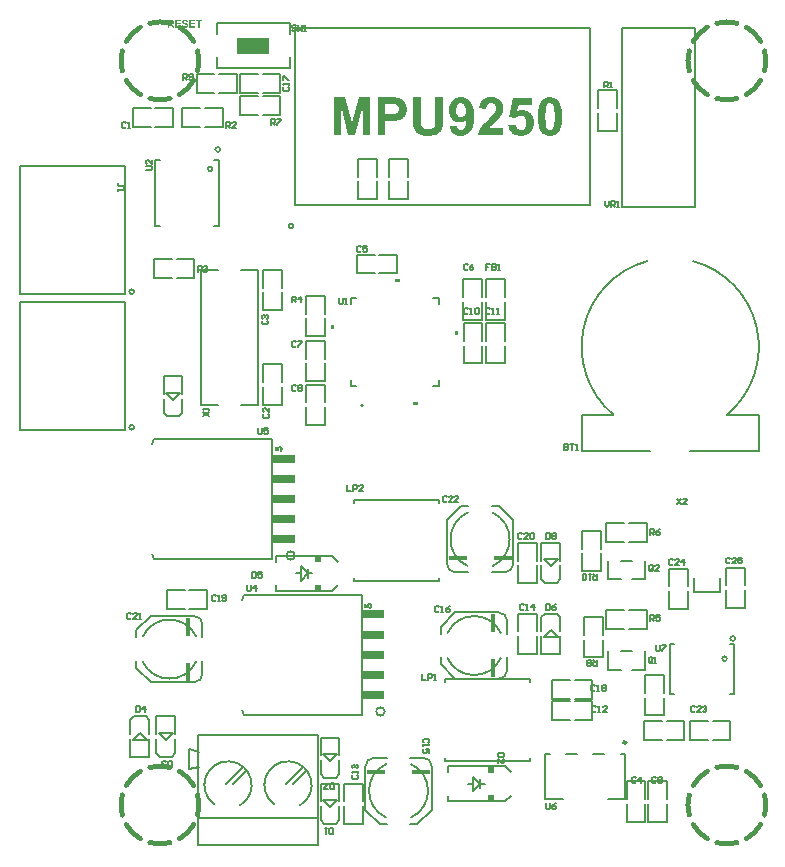
<source format=gto>
G04*
G04 #@! TF.GenerationSoftware,Altium Limited,Altium Designer,22.3.1 (43)*
G04*
G04 Layer_Color=65535*
%FSLAX44Y44*%
%MOMM*%
G71*
G04*
G04 #@! TF.SameCoordinates,ED8E76AF-2C1D-4F3D-8887-468E79F1A133*
G04*
G04*
G04 #@! TF.FilePolarity,Positive*
G04*
G01*
G75*
%ADD10C,0.2000*%
%ADD11C,0.2500*%
%ADD12C,0.4000*%
%ADD13C,0.1524*%
%ADD14C,0.1500*%
%ADD15R,1.8640X0.7620*%
%ADD16R,1.5240X0.4000*%
%ADD17R,0.6000X0.6000*%
%ADD18R,0.4000X1.5240*%
%ADD19R,2.8000X1.4000*%
G36*
X182633Y441405D02*
Y437595D01*
X180093D01*
Y441405D01*
X182633D01*
D02*
G37*
G36*
X234237Y478009D02*
Y480549D01*
X238047D01*
Y478009D01*
X234237D01*
D02*
G37*
G36*
X249237Y375991D02*
Y373451D01*
X253047D01*
Y375991D01*
X249237D01*
D02*
G37*
G36*
X284651Y436405D02*
Y432595D01*
X287191D01*
Y436405D01*
X284651D01*
D02*
G37*
G36*
X56356Y699629D02*
X56458Y699620D01*
X56578Y699611D01*
X56698Y699592D01*
X56837Y699574D01*
X57133Y699509D01*
X57281Y699463D01*
X57428Y699416D01*
X57576Y699352D01*
X57715Y699278D01*
X57845Y699194D01*
X57965Y699102D01*
X57974Y699093D01*
X57992Y699074D01*
X58020Y699047D01*
X58057Y699010D01*
X58103Y698954D01*
X58159Y698889D01*
X58214Y698816D01*
X58279Y698732D01*
X58334Y698631D01*
X58390Y698529D01*
X58446Y698409D01*
X58492Y698279D01*
X58538Y698150D01*
X58575Y698002D01*
X58603Y697854D01*
X58612Y697688D01*
X57318Y697641D01*
Y697651D01*
Y697660D01*
X57299Y697725D01*
X57281Y697808D01*
X57243Y697909D01*
X57197Y698030D01*
X57133Y698140D01*
X57049Y698251D01*
X56957Y698344D01*
X56948Y698353D01*
X56911Y698381D01*
X56846Y698418D01*
X56754Y698455D01*
X56643Y698492D01*
X56504Y698529D01*
X56337Y698557D01*
X56143Y698566D01*
X56051D01*
X55949Y698557D01*
X55829Y698538D01*
X55690Y698510D01*
X55542Y698464D01*
X55404Y698409D01*
X55274Y698326D01*
X55265Y698316D01*
X55247Y698298D01*
X55209Y698270D01*
X55173Y698224D01*
X55135Y698168D01*
X55099Y698094D01*
X55080Y698020D01*
X55071Y697928D01*
Y697919D01*
Y697891D01*
X55080Y697845D01*
X55099Y697798D01*
X55117Y697734D01*
X55145Y697669D01*
X55191Y697604D01*
X55256Y697540D01*
X55265Y697530D01*
X55311Y697503D01*
X55339Y697484D01*
X55385Y697466D01*
X55431Y697438D01*
X55496Y697410D01*
X55570Y697382D01*
X55653Y697345D01*
X55755Y697308D01*
X55857Y697271D01*
X55986Y697234D01*
X56125Y697197D01*
X56273Y697160D01*
X56439Y697114D01*
X56448D01*
X56485Y697105D01*
X56532Y697096D01*
X56596Y697077D01*
X56670Y697059D01*
X56763Y697031D01*
X56865Y697003D01*
X56966Y696976D01*
X57188Y696902D01*
X57419Y696828D01*
X57641Y696745D01*
X57733Y696698D01*
X57826Y696652D01*
X57835D01*
X57845Y696643D01*
X57900Y696606D01*
X57983Y696550D01*
X58085Y696476D01*
X58196Y696384D01*
X58316Y696273D01*
X58436Y696143D01*
X58538Y695996D01*
X58547Y695977D01*
X58575Y695922D01*
X58621Y695838D01*
X58667Y695718D01*
X58714Y695570D01*
X58760Y695395D01*
X58787Y695200D01*
X58797Y694978D01*
Y694969D01*
Y694951D01*
Y694923D01*
Y694886D01*
X58787Y694840D01*
X58778Y694775D01*
X58760Y694646D01*
X58723Y694479D01*
X58667Y694304D01*
X58584Y694128D01*
X58482Y693943D01*
Y693934D01*
X58464Y693924D01*
X58427Y693869D01*
X58353Y693777D01*
X58260Y693675D01*
X58140Y693555D01*
X57983Y693444D01*
X57817Y693333D01*
X57613Y693231D01*
X57604D01*
X57586Y693222D01*
X57558Y693213D01*
X57512Y693194D01*
X57456Y693176D01*
X57392Y693157D01*
X57318Y693139D01*
X57234Y693120D01*
X57133Y693092D01*
X57031Y693074D01*
X56790Y693037D01*
X56522Y693009D01*
X56227Y693000D01*
X56106D01*
X56023Y693009D01*
X55921Y693018D01*
X55810Y693028D01*
X55681Y693046D01*
X55542Y693074D01*
X55237Y693139D01*
X55080Y693185D01*
X54932Y693231D01*
X54775Y693296D01*
X54627Y693370D01*
X54488Y693453D01*
X54359Y693555D01*
X54350Y693564D01*
X54331Y693583D01*
X54294Y693610D01*
X54257Y693656D01*
X54202Y693721D01*
X54146Y693795D01*
X54082Y693878D01*
X54017Y693971D01*
X53952Y694082D01*
X53887Y694202D01*
X53823Y694341D01*
X53758Y694489D01*
X53712Y694646D01*
X53656Y694821D01*
X53619Y695006D01*
X53591Y695200D01*
X54849Y695321D01*
Y695311D01*
X54858Y695293D01*
Y695256D01*
X54867Y695219D01*
X54904Y695108D01*
X54951Y694969D01*
X55006Y694812D01*
X55089Y694655D01*
X55182Y694516D01*
X55302Y694387D01*
X55320Y694378D01*
X55367Y694341D01*
X55441Y694294D01*
X55552Y694239D01*
X55690Y694183D01*
X55847Y694137D01*
X56032Y694100D01*
X56245Y694091D01*
X56347D01*
X56458Y694109D01*
X56596Y694128D01*
X56744Y694156D01*
X56901Y694202D01*
X57049Y694267D01*
X57179Y694350D01*
X57197Y694359D01*
X57234Y694396D01*
X57281Y694452D01*
X57345Y694526D01*
X57401Y694618D01*
X57456Y694729D01*
X57493Y694840D01*
X57502Y694969D01*
Y694978D01*
Y695006D01*
X57493Y695052D01*
X57484Y695108D01*
X57465Y695163D01*
X57447Y695228D01*
X57410Y695293D01*
X57364Y695358D01*
X57354Y695367D01*
X57336Y695385D01*
X57308Y695413D01*
X57262Y695450D01*
X57197Y695496D01*
X57114Y695543D01*
X57022Y695589D01*
X56901Y695635D01*
X56892D01*
X56855Y695654D01*
X56790Y695672D01*
X56744Y695691D01*
X56689Y695700D01*
X56624Y695718D01*
X56550Y695746D01*
X56467Y695764D01*
X56374Y695792D01*
X56263Y695820D01*
X56143Y695848D01*
X56014Y695885D01*
X55866Y695922D01*
X55857D01*
X55820Y695931D01*
X55764Y695949D01*
X55700Y695968D01*
X55616Y695996D01*
X55515Y696023D01*
X55413Y696060D01*
X55293Y696097D01*
X55052Y696190D01*
X54821Y696301D01*
X54701Y696356D01*
X54599Y696421D01*
X54498Y696486D01*
X54414Y696550D01*
X54405Y696560D01*
X54387Y696578D01*
X54359Y696606D01*
X54322Y696643D01*
X54276Y696698D01*
X54229Y696763D01*
X54174Y696828D01*
X54128Y696911D01*
X54017Y697105D01*
X53924Y697327D01*
X53887Y697447D01*
X53860Y697567D01*
X53841Y697706D01*
X53832Y697845D01*
Y697854D01*
Y697863D01*
Y697891D01*
Y697928D01*
X53850Y698020D01*
X53869Y698140D01*
X53897Y698279D01*
X53943Y698436D01*
X54008Y698603D01*
X54100Y698760D01*
Y698769D01*
X54109Y698779D01*
X54156Y698834D01*
X54211Y698908D01*
X54303Y699000D01*
X54414Y699102D01*
X54553Y699213D01*
X54710Y699315D01*
X54895Y699407D01*
X54904D01*
X54923Y699416D01*
X54951Y699426D01*
X54988Y699444D01*
X55043Y699463D01*
X55099Y699481D01*
X55173Y699500D01*
X55256Y699527D01*
X55441Y699564D01*
X55653Y699601D01*
X55894Y699629D01*
X56162Y699638D01*
X56273D01*
X56356Y699629D01*
D02*
G37*
G36*
X70483Y698436D02*
X68597D01*
Y693120D01*
X67303D01*
Y698436D01*
X65407D01*
Y699518D01*
X70483D01*
Y698436D01*
D02*
G37*
G36*
X64640D02*
X61191D01*
Y697022D01*
X64400D01*
Y695940D01*
X61191D01*
Y694202D01*
X64760D01*
Y693120D01*
X59897D01*
Y699518D01*
X64640D01*
Y698436D01*
D02*
G37*
G36*
X52713D02*
X49265D01*
Y697022D01*
X52473D01*
Y695940D01*
X49265D01*
Y694202D01*
X52833D01*
Y693120D01*
X47970D01*
Y699518D01*
X52713D01*
Y698436D01*
D02*
G37*
G36*
X44485Y699509D02*
X44586D01*
X44688Y699500D01*
X44808D01*
X45049Y699472D01*
X45298Y699444D01*
X45529Y699398D01*
X45631Y699370D01*
X45724Y699342D01*
X45733D01*
X45742Y699333D01*
X45798Y699305D01*
X45881Y699259D01*
X45992Y699204D01*
X46112Y699111D01*
X46232Y699010D01*
X46352Y698880D01*
X46463Y698723D01*
Y698714D01*
X46472Y698705D01*
X46491Y698677D01*
X46509Y698649D01*
X46556Y698557D01*
X46611Y698436D01*
X46657Y698288D01*
X46704Y698122D01*
X46740Y697928D01*
X46750Y697725D01*
Y697715D01*
Y697697D01*
Y697651D01*
X46740Y697604D01*
Y697540D01*
X46731Y697475D01*
X46694Y697308D01*
X46648Y697114D01*
X46574Y696920D01*
X46463Y696717D01*
X46398Y696624D01*
X46325Y696532D01*
X46315Y696523D01*
X46306Y696513D01*
X46278Y696486D01*
X46241Y696458D01*
X46204Y696421D01*
X46149Y696375D01*
X46084Y696328D01*
X46010Y696282D01*
X45927Y696227D01*
X45825Y696180D01*
X45724Y696134D01*
X45613Y696088D01*
X45483Y696042D01*
X45354Y696005D01*
X45215Y695968D01*
X45058Y695940D01*
X45067D01*
X45076Y695931D01*
X45132Y695894D01*
X45206Y695848D01*
X45298Y695783D01*
X45409Y695700D01*
X45520Y695617D01*
X45640Y695515D01*
X45742Y695404D01*
X45751Y695395D01*
X45798Y695348D01*
X45853Y695274D01*
X45936Y695163D01*
X46047Y695025D01*
X46103Y694932D01*
X46167Y694840D01*
X46241Y694738D01*
X46315Y694627D01*
X46398Y694498D01*
X46482Y694368D01*
X47267Y693120D01*
X45714D01*
X44790Y694507D01*
X44781Y694516D01*
X44771Y694544D01*
X44743Y694581D01*
X44707Y694627D01*
X44669Y694683D01*
X44623Y694757D01*
X44522Y694905D01*
X44401Y695071D01*
X44290Y695219D01*
X44189Y695358D01*
X44142Y695404D01*
X44106Y695450D01*
X44096Y695459D01*
X44078Y695478D01*
X44041Y695515D01*
X43995Y695561D01*
X43930Y695598D01*
X43865Y695644D01*
X43791Y695681D01*
X43717Y695718D01*
X43708D01*
X43680Y695727D01*
X43634Y695746D01*
X43560Y695755D01*
X43468Y695774D01*
X43357Y695783D01*
X43227Y695792D01*
X42811D01*
Y693120D01*
X41517D01*
Y699518D01*
X44401D01*
X44485Y699509D01*
D02*
G37*
G36*
X212816Y602182D02*
X206847D01*
X206800Y627357D01*
X200506Y602182D01*
X194259D01*
X187965Y627357D01*
Y602182D01*
X181995D01*
Y634207D01*
X191667D01*
X197406Y612317D01*
X203098Y634207D01*
X212816D01*
Y602182D01*
D02*
G37*
G36*
X274691Y617315D02*
Y617268D01*
Y617083D01*
Y616759D01*
Y616389D01*
Y615927D01*
X274645Y615371D01*
Y614770D01*
Y614168D01*
X274552Y612826D01*
X274460Y611437D01*
X274414Y610836D01*
X274321Y610234D01*
X274228Y609679D01*
X274136Y609170D01*
Y609123D01*
X274090Y609077D01*
Y608938D01*
X274043Y608800D01*
X273904Y608337D01*
X273719Y607781D01*
X273442Y607133D01*
X273118Y606486D01*
X272701Y605791D01*
X272192Y605144D01*
X272146Y605051D01*
X271961Y604866D01*
X271637Y604588D01*
X271220Y604218D01*
X270665Y603801D01*
X270017Y603385D01*
X269277Y602922D01*
X268444Y602552D01*
X268397D01*
X268351Y602506D01*
X268212Y602459D01*
X268027Y602413D01*
X267796Y602321D01*
X267518Y602228D01*
X267148Y602135D01*
X266777Y602089D01*
X265898Y601904D01*
X264834Y601719D01*
X263631Y601626D01*
X262288Y601580D01*
X261548D01*
X261131Y601626D01*
X260715D01*
X260206Y601673D01*
X259697Y601719D01*
X258586Y601811D01*
X257429Y601996D01*
X256272Y602274D01*
X255763Y602413D01*
X255300Y602598D01*
X255254D01*
X255208Y602644D01*
X254930Y602783D01*
X254467Y603015D01*
X253958Y603339D01*
X253357Y603755D01*
X252709Y604218D01*
X252107Y604773D01*
X251552Y605375D01*
X251506Y605467D01*
X251320Y605653D01*
X251089Y606023D01*
X250811Y606486D01*
X250534Y606995D01*
X250210Y607596D01*
X249978Y608244D01*
X249747Y608938D01*
Y608985D01*
X249701Y609077D01*
Y609216D01*
X249654Y609447D01*
X249608Y609725D01*
X249562Y610095D01*
X249515Y610512D01*
X249469Y610975D01*
X249377Y611530D01*
X249330Y612132D01*
X249284Y612780D01*
X249238Y613520D01*
X249192Y614307D01*
Y615186D01*
X249145Y616111D01*
Y617083D01*
Y634207D01*
X255624Y634207D01*
Y616806D01*
Y616759D01*
Y616621D01*
Y616436D01*
Y616158D01*
Y615788D01*
Y615417D01*
X255671Y614584D01*
Y613659D01*
X255717Y612780D01*
X255763Y612363D01*
Y611993D01*
X255809Y611715D01*
X255856Y611437D01*
Y611345D01*
X255948Y611114D01*
X256087Y610743D01*
X256272Y610280D01*
X256504Y609771D01*
X256874Y609262D01*
X257290Y608707D01*
X257799Y608244D01*
X257892Y608198D01*
X258077Y608059D01*
X258447Y607874D01*
X258910Y607689D01*
X259558Y607457D01*
X260299Y607272D01*
X261131Y607133D01*
X262103Y607087D01*
X262566D01*
X263029Y607133D01*
X263631Y607226D01*
X264325Y607365D01*
X264973Y607550D01*
X265667Y607828D01*
X266222Y608198D01*
X266269Y608244D01*
X266454Y608383D01*
X266685Y608614D01*
X266963Y608938D01*
X267240Y609355D01*
X267518Y609818D01*
X267749Y610327D01*
X267888Y610928D01*
Y611021D01*
X267934Y611252D01*
X267981Y611669D01*
X268073Y612224D01*
Y612594D01*
X268120Y613011D01*
Y613474D01*
X268166Y613937D01*
Y614492D01*
X268212Y615093D01*
Y615741D01*
Y616436D01*
Y634207D01*
X274691D01*
Y617315D01*
D02*
G37*
G36*
X290380Y634345D02*
X290750D01*
X291166Y634299D01*
X291629Y634207D01*
X292185Y634068D01*
X292740Y633929D01*
X293388Y633698D01*
X294036Y633466D01*
X294684Y633142D01*
X295378Y632772D01*
X296026Y632355D01*
X296674Y631846D01*
X297321Y631245D01*
X297923Y630597D01*
X297969Y630551D01*
X298062Y630412D01*
X298201Y630180D01*
X298432Y629856D01*
X298664Y629440D01*
X298941Y628931D01*
X299219Y628329D01*
X299497Y627635D01*
X299774Y626802D01*
X300098Y625876D01*
X300330Y624858D01*
X300561Y623748D01*
X300792Y622498D01*
X300931Y621156D01*
X301024Y619721D01*
X301070Y618148D01*
Y618102D01*
Y618055D01*
Y617916D01*
Y617778D01*
Y617315D01*
X301024Y616713D01*
X300978Y615973D01*
X300885Y615140D01*
X300792Y614260D01*
X300654Y613289D01*
X300469Y612224D01*
X300283Y611206D01*
X300006Y610142D01*
X299682Y609077D01*
X299312Y608105D01*
X298849Y607133D01*
X298386Y606254D01*
X297784Y605467D01*
X297738Y605421D01*
X297645Y605282D01*
X297460Y605097D01*
X297183Y604866D01*
X296859Y604588D01*
X296488Y604218D01*
X296026Y603894D01*
X295517Y603524D01*
X294961Y603153D01*
X294313Y602830D01*
X293619Y602506D01*
X292879Y602182D01*
X292046Y601950D01*
X291213Y601765D01*
X290333Y601626D01*
X289362Y601580D01*
X288991D01*
X288760Y601626D01*
X288436D01*
X288066Y601673D01*
X287187Y601811D01*
X286215Y602089D01*
X285243Y602413D01*
X284225Y602922D01*
X283762Y603200D01*
X283299Y603570D01*
X283253Y603616D01*
X283207Y603663D01*
X283068Y603801D01*
X282929Y603940D01*
X282744Y604172D01*
X282512Y604403D01*
X282327Y604727D01*
X282050Y605051D01*
X281818Y605467D01*
X281541Y605884D01*
X281309Y606393D01*
X281078Y606948D01*
X280846Y607504D01*
X280661Y608152D01*
X280476Y608800D01*
X280337Y609540D01*
X286261Y610234D01*
Y610142D01*
X286307Y609910D01*
X286353Y609586D01*
X286492Y609216D01*
X286631Y608753D01*
X286816Y608290D01*
X287048Y607874D01*
X287372Y607504D01*
X287418Y607457D01*
X287557Y607365D01*
X287742Y607226D01*
X288020Y607087D01*
X288390Y606948D01*
X288760Y606810D01*
X289269Y606717D01*
X289778Y606671D01*
X289871D01*
X290102Y606717D01*
X290426Y606763D01*
X290889Y606902D01*
X291398Y607087D01*
X291907Y607411D01*
X292462Y607828D01*
X292971Y608383D01*
X293018Y608476D01*
X293110Y608568D01*
X293203Y608753D01*
X293295Y608938D01*
X293434Y609216D01*
X293527Y609540D01*
X293712Y609957D01*
X293851Y610419D01*
X293990Y610928D01*
X294128Y611530D01*
X294267Y612178D01*
X294406Y612918D01*
X294499Y613751D01*
X294591Y614677D01*
X294684Y615649D01*
X294637Y615602D01*
X294591Y615556D01*
X294452Y615417D01*
X294267Y615232D01*
X294036Y615047D01*
X293758Y614816D01*
X293110Y614307D01*
X292277Y613798D01*
X291259Y613381D01*
X290704Y613196D01*
X290148Y613103D01*
X289547Y613011D01*
X288899Y612965D01*
X288529D01*
X288251Y613011D01*
X287927Y613057D01*
X287557Y613103D01*
X286677Y613335D01*
X285659Y613659D01*
X285150Y613937D01*
X284595Y614214D01*
X284039Y614538D01*
X283484Y614908D01*
X282929Y615371D01*
X282420Y615880D01*
X282374Y615927D01*
X282281Y616019D01*
X282188Y616204D01*
X282003Y616389D01*
X281772Y616713D01*
X281541Y617037D01*
X281309Y617454D01*
X281078Y617916D01*
X280800Y618425D01*
X280569Y619027D01*
X280337Y619629D01*
X280106Y620323D01*
X279921Y621017D01*
X279828Y621804D01*
X279736Y622637D01*
X279689Y623470D01*
Y623516D01*
Y623701D01*
Y623933D01*
X279736Y624303D01*
X279782Y624719D01*
X279828Y625182D01*
X279921Y625738D01*
X280060Y626293D01*
X280383Y627542D01*
X280615Y628237D01*
X280893Y628885D01*
X281217Y629532D01*
X281633Y630180D01*
X282050Y630782D01*
X282559Y631384D01*
X282605Y631430D01*
X282697Y631522D01*
X282836Y631661D01*
X283068Y631846D01*
X283392Y632078D01*
X283716Y632355D01*
X284132Y632587D01*
X284595Y632911D01*
X285058Y633188D01*
X285659Y633420D01*
X286261Y633698D01*
X286909Y633929D01*
X287603Y634114D01*
X288343Y634253D01*
X289084Y634345D01*
X289917Y634392D01*
X290148D01*
X290380Y634345D01*
D02*
G37*
G36*
X350172Y628051D02*
X338556D01*
X337584Y622591D01*
X337630D01*
X337677Y622637D01*
X337954Y622776D01*
X338371Y622915D01*
X338880Y623146D01*
X339528Y623331D01*
X340222Y623470D01*
X341009Y623609D01*
X341796Y623655D01*
X342212D01*
X342490Y623609D01*
X342814Y623563D01*
X343230Y623516D01*
X343693Y623424D01*
X344202Y623285D01*
X345266Y622915D01*
X345868Y622683D01*
X346423Y622406D01*
X347025Y622035D01*
X347627Y621619D01*
X348182Y621156D01*
X348737Y620647D01*
X348784Y620601D01*
X348876Y620508D01*
X349015Y620323D01*
X349200Y620092D01*
X349385Y619814D01*
X349663Y619444D01*
X349894Y619027D01*
X350172Y618564D01*
X350450Y618055D01*
X350681Y617454D01*
X350959Y616806D01*
X351144Y616158D01*
X351329Y615417D01*
X351468Y614631D01*
X351560Y613798D01*
X351607Y612918D01*
Y612872D01*
Y612733D01*
Y612548D01*
X351560Y612270D01*
Y611900D01*
X351468Y611484D01*
X351421Y611021D01*
X351329Y610558D01*
X351051Y609447D01*
X350635Y608244D01*
X350357Y607596D01*
X350079Y606995D01*
X349709Y606393D01*
X349293Y605791D01*
X349246Y605745D01*
X349154Y605606D01*
X348969Y605421D01*
X348737Y605144D01*
X348413Y604819D01*
X347997Y604449D01*
X347534Y604079D01*
X347025Y603709D01*
X346423Y603292D01*
X345775Y602922D01*
X345081Y602552D01*
X344295Y602228D01*
X343461Y601950D01*
X342582Y601765D01*
X341610Y601626D01*
X340592Y601580D01*
X340176D01*
X339852Y601626D01*
X339482Y601673D01*
X339019Y601719D01*
X338556Y601765D01*
X338001Y601858D01*
X336890Y602135D01*
X335640Y602598D01*
X335039Y602830D01*
X334437Y603153D01*
X333882Y603524D01*
X333326Y603940D01*
X333280Y603987D01*
X333188Y604033D01*
X333049Y604172D01*
X332864Y604357D01*
X332678Y604634D01*
X332401Y604912D01*
X332169Y605236D01*
X331892Y605606D01*
X331568Y606069D01*
X331290Y606532D01*
X330781Y607643D01*
X330318Y608892D01*
X330179Y609586D01*
X330041Y610327D01*
X336149Y610975D01*
Y610882D01*
X336196Y610651D01*
X336288Y610234D01*
X336427Y609771D01*
X336612Y609262D01*
X336890Y608707D01*
X337260Y608198D01*
X337677Y607689D01*
X337723Y607643D01*
X337908Y607504D01*
X338186Y607319D01*
X338556Y607087D01*
X338972Y606856D01*
X339482Y606671D01*
X340083Y606532D01*
X340685Y606486D01*
X340777D01*
X341009Y606532D01*
X341379Y606578D01*
X341842Y606671D01*
X342351Y606856D01*
X342906Y607133D01*
X343461Y607550D01*
X343971Y608059D01*
X344017Y608152D01*
X344202Y608337D01*
X344387Y608707D01*
X344665Y609262D01*
X344896Y609910D01*
X345127Y610697D01*
X345266Y611669D01*
X345313Y612780D01*
Y612826D01*
Y612918D01*
Y613057D01*
Y613289D01*
X345266Y613798D01*
X345127Y614445D01*
X344989Y615186D01*
X344757Y615927D01*
X344433Y616621D01*
X343971Y617222D01*
X343924Y617268D01*
X343739Y617454D01*
X343415Y617685D01*
X343045Y618009D01*
X342536Y618287D01*
X341934Y618518D01*
X341240Y618703D01*
X340500Y618750D01*
X340222D01*
X340037Y618703D01*
X339574Y618611D01*
X338926Y618472D01*
X338186Y618194D01*
X337399Y617778D01*
X336982Y617500D01*
X336566Y617176D01*
X336149Y616806D01*
X335733Y616389D01*
X330781Y617083D01*
X333928Y633790D01*
X350172D01*
Y628051D01*
D02*
G37*
G36*
X316388Y634345D02*
X316805Y634299D01*
X317268Y634253D01*
X317777Y634160D01*
X318332Y634068D01*
X319535Y633744D01*
X320739Y633281D01*
X321386Y633003D01*
X321942Y632679D01*
X322543Y632263D01*
X323052Y631800D01*
X323099Y631754D01*
X323191Y631707D01*
X323284Y631522D01*
X323469Y631337D01*
X323700Y631106D01*
X323932Y630782D01*
X324163Y630458D01*
X324441Y630042D01*
X324904Y629116D01*
X325367Y628051D01*
X325552Y627450D01*
X325644Y626802D01*
X325737Y626108D01*
X325783Y625414D01*
Y625321D01*
Y625043D01*
X325737Y624627D01*
X325690Y624118D01*
X325598Y623470D01*
X325459Y622776D01*
X325274Y622035D01*
X324996Y621295D01*
X324950Y621202D01*
X324857Y620971D01*
X324672Y620554D01*
X324395Y620045D01*
X324071Y619444D01*
X323654Y618750D01*
X323145Y618009D01*
X322543Y617222D01*
X322497Y617176D01*
X322312Y616945D01*
X322034Y616621D01*
X321618Y616158D01*
X321063Y615602D01*
X320368Y614862D01*
X319535Y614075D01*
X318517Y613103D01*
X318471Y613057D01*
X318378Y613011D01*
X318239Y612872D01*
X318054Y612687D01*
X317545Y612224D01*
X316944Y611669D01*
X316342Y611067D01*
X315741Y610466D01*
X315185Y609957D01*
X315000Y609725D01*
X314815Y609540D01*
X314769Y609494D01*
X314676Y609401D01*
X314537Y609216D01*
X314352Y608985D01*
X313936Y608476D01*
X313565Y607874D01*
X325783D01*
Y602182D01*
X304263D01*
Y602228D01*
Y602321D01*
X304310Y602506D01*
X304356Y602737D01*
X304402Y603015D01*
X304449Y603339D01*
X304634Y604172D01*
X304911Y605097D01*
X305282Y606115D01*
X305744Y607226D01*
X306346Y608290D01*
Y608337D01*
X306439Y608429D01*
X306531Y608614D01*
X306716Y608800D01*
X306901Y609123D01*
X307179Y609447D01*
X307503Y609864D01*
X307873Y610327D01*
X308290Y610882D01*
X308799Y611437D01*
X309354Y612085D01*
X310002Y612780D01*
X310696Y613474D01*
X311483Y614260D01*
X312316Y615093D01*
X313241Y615973D01*
X313288Y616019D01*
X313427Y616158D01*
X313612Y616343D01*
X313889Y616621D01*
X314260Y616898D01*
X314630Y617268D01*
X315463Y618102D01*
X316296Y618981D01*
X317129Y619860D01*
X317499Y620230D01*
X317869Y620647D01*
X318147Y620971D01*
X318332Y621249D01*
X318378Y621341D01*
X318517Y621572D01*
X318749Y621943D01*
X318980Y622452D01*
X319211Y623007D01*
X319443Y623655D01*
X319582Y624303D01*
X319628Y624997D01*
Y625043D01*
Y625090D01*
Y625321D01*
X319582Y625738D01*
X319489Y626200D01*
X319350Y626709D01*
X319165Y627219D01*
X318887Y627728D01*
X318517Y628190D01*
X318471Y628237D01*
X318332Y628376D01*
X318054Y628561D01*
X317731Y628746D01*
X317268Y628931D01*
X316759Y629116D01*
X316157Y629255D01*
X315463Y629301D01*
X315139D01*
X314769Y629255D01*
X314352Y629162D01*
X313843Y629023D01*
X313334Y628792D01*
X312825Y628514D01*
X312362Y628144D01*
X312316Y628098D01*
X312177Y627913D01*
X311992Y627635D01*
X311807Y627219D01*
X311575Y626709D01*
X311390Y626015D01*
X311205Y625229D01*
X311113Y624303D01*
X305004Y624905D01*
Y624951D01*
X305050Y625136D01*
Y625367D01*
X305143Y625738D01*
X305189Y626154D01*
X305328Y626617D01*
X305467Y627126D01*
X305605Y627728D01*
X306068Y628885D01*
X306624Y630088D01*
X306994Y630689D01*
X307410Y631245D01*
X307873Y631707D01*
X308382Y632170D01*
X308428Y632217D01*
X308521Y632263D01*
X308660Y632355D01*
X308891Y632541D01*
X309169Y632679D01*
X309539Y632864D01*
X309909Y633096D01*
X310372Y633281D01*
X310881Y633512D01*
X311437Y633698D01*
X312640Y634068D01*
X314074Y634299D01*
X314815Y634345D01*
X315602Y634392D01*
X316064D01*
X316388Y634345D01*
D02*
G37*
G36*
X231698Y634160D02*
X232901D01*
X234197Y634068D01*
X235493Y633975D01*
X236048Y633929D01*
X236604Y633883D01*
X237066Y633790D01*
X237437Y633698D01*
X237483D01*
X237576Y633651D01*
X237714Y633605D01*
X237899Y633559D01*
X238409Y633327D01*
X239056Y633050D01*
X239751Y632633D01*
X240537Y632078D01*
X241278Y631384D01*
X242018Y630550D01*
Y630504D01*
X242111Y630458D01*
X242204Y630319D01*
X242296Y630134D01*
X242481Y629856D01*
X242620Y629579D01*
X242805Y629255D01*
X242990Y628885D01*
X243314Y627959D01*
X243638Y626941D01*
X243823Y625691D01*
X243916Y624349D01*
Y624303D01*
Y624210D01*
Y624072D01*
Y623840D01*
X243869Y623609D01*
Y623285D01*
X243777Y622637D01*
X243638Y621850D01*
X243453Y620971D01*
X243175Y620138D01*
X242805Y619351D01*
X242759Y619258D01*
X242620Y619027D01*
X242389Y618657D01*
X242065Y618194D01*
X241694Y617731D01*
X241185Y617176D01*
X240676Y616667D01*
X240075Y616204D01*
X239982Y616158D01*
X239797Y616019D01*
X239473Y615834D01*
X239056Y615602D01*
X238547Y615325D01*
X237992Y615093D01*
X237390Y614862D01*
X236743Y614677D01*
X236650D01*
X236511Y614631D01*
X236326D01*
X236095Y614584D01*
X235771Y614538D01*
X235447Y614492D01*
X235030D01*
X234614Y614445D01*
X234105Y614399D01*
X233549Y614353D01*
X232948Y614307D01*
X232300D01*
X231606Y614260D01*
X225867D01*
Y602182D01*
X219388D01*
Y634207D01*
X231189D01*
X231698Y634160D01*
D02*
G37*
G36*
X365999Y634345D02*
X366370Y634299D01*
X366832Y634207D01*
X367295Y634114D01*
X367850Y633975D01*
X368452Y633790D01*
X369007Y633559D01*
X369609Y633327D01*
X370211Y633003D01*
X370812Y632587D01*
X371414Y632170D01*
X371969Y631661D01*
X372478Y631060D01*
X372525Y631013D01*
X372617Y630874D01*
X372756Y630643D01*
X372987Y630319D01*
X373219Y629856D01*
X373496Y629301D01*
X373774Y628699D01*
X374052Y627913D01*
X374329Y627080D01*
X374653Y626108D01*
X374885Y625043D01*
X375116Y623840D01*
X375348Y622544D01*
X375486Y621156D01*
X375579Y619629D01*
X375625Y617963D01*
Y617916D01*
Y617870D01*
Y617731D01*
Y617546D01*
Y617083D01*
X375579Y616482D01*
X375533Y615741D01*
X375440Y614862D01*
X375348Y613937D01*
X375255Y612918D01*
X375070Y611854D01*
X374838Y610743D01*
X374607Y609679D01*
X374283Y608614D01*
X373959Y607550D01*
X373496Y606578D01*
X373034Y605653D01*
X372478Y604866D01*
X372432Y604819D01*
X372340Y604727D01*
X372201Y604542D01*
X372015Y604357D01*
X371738Y604125D01*
X371414Y603848D01*
X370997Y603524D01*
X370581Y603246D01*
X370072Y602922D01*
X369563Y602598D01*
X368961Y602321D01*
X368313Y602089D01*
X367619Y601904D01*
X366832Y601719D01*
X366045Y601626D01*
X365213Y601580D01*
X365027D01*
X364750Y601626D01*
X364426D01*
X364056Y601673D01*
X363593Y601765D01*
X363084Y601858D01*
X362528Y602043D01*
X361927Y602228D01*
X361325Y602459D01*
X360677Y602737D01*
X360076Y603107D01*
X359428Y603478D01*
X358826Y603987D01*
X358224Y604496D01*
X357669Y605144D01*
X357623Y605190D01*
X357530Y605329D01*
X357391Y605560D01*
X357253Y605838D01*
X357021Y606254D01*
X356790Y606763D01*
X356512Y607411D01*
X356281Y608105D01*
X356003Y608938D01*
X355725Y609864D01*
X355494Y610928D01*
X355309Y612085D01*
X355124Y613381D01*
X354985Y614816D01*
X354892Y616343D01*
X354846Y618009D01*
Y618055D01*
Y618102D01*
Y618240D01*
Y618425D01*
Y618888D01*
X354892Y619490D01*
X354939Y620230D01*
X355031Y621110D01*
X355124Y622035D01*
X355216Y623053D01*
X355401Y624118D01*
X355587Y625182D01*
X355864Y626293D01*
X356142Y627357D01*
X356512Y628376D01*
X356929Y629347D01*
X357391Y630273D01*
X357947Y631060D01*
X357993Y631106D01*
X358086Y631199D01*
X358224Y631384D01*
X358456Y631569D01*
X358687Y631846D01*
X359011Y632124D01*
X359428Y632402D01*
X359844Y632726D01*
X360353Y633050D01*
X360862Y633327D01*
X361464Y633605D01*
X362112Y633883D01*
X362806Y634068D01*
X363593Y634253D01*
X364380Y634345D01*
X365213Y634392D01*
X365675D01*
X365999Y634345D01*
D02*
G37*
%LPC*%
G36*
X44290Y698436D02*
X42811D01*
Y696809D01*
X44068D01*
X44254Y696818D01*
X44448Y696828D01*
X44642Y696837D01*
X44725Y696846D01*
X44799Y696855D01*
X44873Y696874D01*
X44919Y696883D01*
X44928D01*
X44956Y696902D01*
X45002Y696920D01*
X45049Y696948D01*
X45169Y697031D01*
X45224Y697086D01*
X45280Y697151D01*
X45289Y697160D01*
X45298Y697188D01*
X45326Y697225D01*
X45354Y697281D01*
X45372Y697355D01*
X45400Y697438D01*
X45409Y697530D01*
X45418Y697632D01*
Y697651D01*
Y697688D01*
X45409Y697743D01*
X45400Y697817D01*
X45372Y697900D01*
X45344Y697983D01*
X45298Y698076D01*
X45243Y698150D01*
X45233Y698159D01*
X45215Y698187D01*
X45169Y698214D01*
X45113Y698261D01*
X45049Y698307D01*
X44965Y698344D01*
X44864Y698381D01*
X44753Y698409D01*
X44743D01*
X44716Y698418D01*
X44660D01*
X44577Y698427D01*
X44374D01*
X44290Y698436D01*
D02*
G37*
G36*
X289639Y629301D02*
X289362D01*
X289038Y629208D01*
X288667Y629116D01*
X288205Y628977D01*
X287742Y628699D01*
X287279Y628376D01*
X286816Y627913D01*
X286770Y627866D01*
X286631Y627635D01*
X286446Y627311D01*
X286261Y626848D01*
X286076Y626247D01*
X285891Y625460D01*
X285752Y624534D01*
X285706Y623470D01*
Y623424D01*
Y623331D01*
Y623192D01*
Y622961D01*
X285752Y622406D01*
X285844Y621758D01*
X285983Y620971D01*
X286215Y620230D01*
X286492Y619490D01*
X286909Y618888D01*
X286955Y618842D01*
X287140Y618657D01*
X287372Y618425D01*
X287742Y618194D01*
X288205Y617916D01*
X288714Y617685D01*
X289315Y617500D01*
X289963Y617454D01*
X290056D01*
X290241Y617500D01*
X290565Y617546D01*
X290981Y617639D01*
X291444Y617778D01*
X291953Y618055D01*
X292462Y618379D01*
X292925Y618842D01*
X292971Y618888D01*
X293110Y619120D01*
X293342Y619444D01*
X293573Y619860D01*
X293758Y620462D01*
X293990Y621156D01*
X294128Y621989D01*
X294175Y622961D01*
Y623007D01*
Y623100D01*
Y623238D01*
Y623470D01*
X294082Y623979D01*
X293990Y624673D01*
X293851Y625414D01*
X293573Y626200D01*
X293249Y626941D01*
X292786Y627635D01*
X292740Y627728D01*
X292555Y627913D01*
X292277Y628144D01*
X291907Y628468D01*
X291444Y628792D01*
X290889Y629023D01*
X290287Y629208D01*
X289639Y629301D01*
D02*
G37*
G36*
X230680Y628792D02*
X225867D01*
Y619675D01*
X230310D01*
X230634Y619721D01*
X231467D01*
X232300Y619768D01*
X233133Y619860D01*
X233873Y619999D01*
X234197Y620045D01*
X234475Y620138D01*
X234521Y620184D01*
X234706Y620230D01*
X234938Y620369D01*
X235215Y620508D01*
X235539Y620739D01*
X235863Y621017D01*
X236234Y621341D01*
X236511Y621711D01*
X236558Y621758D01*
X236650Y621896D01*
X236743Y622128D01*
X236881Y622452D01*
X237020Y622822D01*
X237159Y623238D01*
X237205Y623701D01*
X237252Y624210D01*
Y624303D01*
Y624488D01*
X237205Y624812D01*
X237113Y625229D01*
X236974Y625691D01*
X236789Y626200D01*
X236558Y626663D01*
X236187Y627126D01*
X236141Y627172D01*
X236002Y627311D01*
X235771Y627496D01*
X235493Y627728D01*
X235123Y628005D01*
X234660Y628237D01*
X234151Y628422D01*
X233596Y628560D01*
X233549D01*
X233364Y628607D01*
X233040Y628653D01*
X232577Y628699D01*
X231976D01*
X231559Y628746D01*
X231143D01*
X230680Y628792D01*
D02*
G37*
G36*
X365213Y629301D02*
X365027D01*
X364796Y629255D01*
X364565Y629208D01*
X364241Y629116D01*
X363917Y628977D01*
X363546Y628792D01*
X363223Y628561D01*
X363176Y628514D01*
X363084Y628422D01*
X362945Y628237D01*
X362760Y628005D01*
X362528Y627635D01*
X362343Y627219D01*
X362112Y626663D01*
X361927Y626015D01*
Y625969D01*
X361880Y625923D01*
Y625738D01*
X361834Y625552D01*
X361788Y625275D01*
X361742Y624951D01*
X361695Y624581D01*
X361649Y624118D01*
X361557Y623563D01*
X361510Y623007D01*
X361464Y622313D01*
X361418Y621619D01*
X361371Y620786D01*
Y619953D01*
X361325Y618981D01*
Y617963D01*
Y617916D01*
Y617731D01*
Y617407D01*
Y617037D01*
Y616574D01*
X361371Y616065D01*
Y615464D01*
X361418Y614862D01*
X361464Y613566D01*
X361557Y612270D01*
X361603Y611669D01*
X361695Y611114D01*
X361788Y610604D01*
X361880Y610142D01*
X361927Y610049D01*
X361973Y609818D01*
X362112Y609447D01*
X362251Y609031D01*
X362482Y608568D01*
X362714Y608105D01*
X362991Y607689D01*
X363269Y607365D01*
X363315Y607319D01*
X363408Y607272D01*
X363593Y607133D01*
X363824Y607041D01*
X364102Y606902D01*
X364426Y606763D01*
X364796Y606717D01*
X365213Y606671D01*
X365398D01*
X365629Y606717D01*
X365860Y606763D01*
X366184Y606856D01*
X366508Y606948D01*
X366832Y607133D01*
X367156Y607365D01*
X367202Y607411D01*
X367295Y607504D01*
X367480Y607689D01*
X367665Y607966D01*
X367850Y608290D01*
X368082Y608753D01*
X368313Y609262D01*
X368498Y609910D01*
Y609957D01*
X368545Y610003D01*
Y610188D01*
X368591Y610373D01*
X368637Y610651D01*
X368683Y610975D01*
X368776Y611345D01*
X368822Y611808D01*
X368869Y612317D01*
X368961Y612918D01*
X369007Y613566D01*
X369054Y614307D01*
X369100Y615093D01*
Y615973D01*
X369146Y616945D01*
Y617963D01*
Y618009D01*
Y618194D01*
Y618518D01*
Y618888D01*
Y619351D01*
X369100Y619860D01*
Y620462D01*
X369054Y621063D01*
X369007Y622359D01*
X368915Y623609D01*
X368822Y624210D01*
X368730Y624812D01*
X368637Y625321D01*
X368545Y625738D01*
Y625784D01*
X368498Y625830D01*
X368452Y626062D01*
X368313Y626432D01*
X368174Y626894D01*
X367943Y627357D01*
X367712Y627820D01*
X367434Y628237D01*
X367156Y628561D01*
X367110Y628607D01*
X367017Y628699D01*
X366832Y628792D01*
X366601Y628931D01*
X366323Y629070D01*
X365999Y629208D01*
X365629Y629255D01*
X365213Y629301D01*
D02*
G37*
%LPD*%
D10*
X102600Y34680D02*
G03*
X81129Y35617I-10000J17320D01*
G01*
X153400Y34680D02*
G03*
X131929Y35617I-10000J17320D01*
G01*
X225192Y114212D02*
G03*
X225192Y114212I-3592J0D01*
G01*
X265000Y68000D02*
G03*
X258000Y75000I-7000J0D01*
G01*
X216000D02*
G03*
X209000Y68000I0J-7000D01*
G01*
X247565Y24342D02*
G03*
X247565Y69658I-10566J22658D01*
G01*
X226434D02*
G03*
X226434Y24342I10566J-22658D01*
G01*
X13000Y354700D02*
G03*
X13000Y354700I-2000J0D01*
G01*
Y469700D02*
G03*
X13000Y469700I-2000J0D01*
G01*
X65658Y177565D02*
G03*
X20342Y177565I-22658J-10566D01*
G01*
Y156434D02*
G03*
X65658Y156434I22658J10566D01*
G01*
X71000Y188000D02*
G03*
X64000Y195000I-7000J-0D01*
G01*
Y139000D02*
G03*
X71000Y146000I0J7000D01*
G01*
X515000Y159000D02*
G03*
X515000Y159000I-2000J0D01*
G01*
X522000Y176000D02*
G03*
X522000Y176000I-2000J0D01*
G01*
X323658Y180565D02*
G03*
X278342Y180565I-22658J-10566D01*
G01*
Y159434D02*
G03*
X323658Y159434I22658J10566D01*
G01*
X329000Y191000D02*
G03*
X322000Y198000I-7000J-0D01*
G01*
Y142000D02*
G03*
X329000Y149000I0J7000D01*
G01*
X278000Y239000D02*
G03*
X285000Y232000I7000J0D01*
G01*
X327000D02*
G03*
X334000Y239000I-0J7000D01*
G01*
X295434Y282658D02*
G03*
X295434Y237342I10566J-22658D01*
G01*
X316565D02*
G03*
X316565Y282658I-10566J22658D01*
G01*
X149192Y246212D02*
G03*
X149192Y246212I-3592J0D01*
G01*
X86000Y590000D02*
G03*
X86000Y590000I-2000J0D01*
G01*
X79500Y573640D02*
G03*
X79500Y573640I-2000J0D01*
G01*
X447589Y495444D02*
G03*
X418791Y365547I19411J-72444D01*
G01*
X515209D02*
G03*
X486411Y495444I-48209J57453D01*
G01*
X148000Y525000D02*
G03*
X148000Y525000I-2000J0D01*
G01*
X67000Y1000D02*
X169000D01*
Y94000D01*
X67000D02*
X169000D01*
X60000Y65500D02*
X68055Y66842D01*
X60000Y65500D02*
X60000Y82754D01*
X67962Y80100D01*
X67000Y1000D02*
Y94000D01*
Y24000D02*
X169000D01*
X91086Y52914D02*
X105086Y66914D01*
X96414Y52586D02*
X107914Y64086D01*
X147214Y52586D02*
X158714Y64086D01*
X141886Y52914D02*
X155886Y66914D01*
X402000Y78000D02*
X411000D01*
X379000D02*
X388000D01*
X361000D02*
X365000D01*
X425000D02*
X429000D01*
X414000Y40000D02*
X429000D01*
Y78000D01*
X361000Y40000D02*
Y78000D01*
Y40000D02*
X376000D01*
X367000Y125000D02*
Y141000D01*
Y125000D02*
X382000D01*
X367000Y141000D02*
X382000D01*
X386000D02*
X401000D01*
X386000Y125000D02*
X401000D01*
Y141000D01*
X367000Y107000D02*
Y123000D01*
Y107000D02*
X382000D01*
X367000Y123000D02*
X382000D01*
X386000D02*
X401000D01*
X386000Y107000D02*
X401000D01*
Y123000D01*
X448000Y21000D02*
X464000D01*
Y36000D01*
X448000Y21000D02*
Y36000D01*
Y40000D02*
Y55000D01*
X464000Y40000D02*
Y55000D01*
X448000D02*
X464000D01*
X430000Y21000D02*
X446000D01*
Y36000D01*
X430000Y21000D02*
Y36000D01*
Y40000D02*
Y55000D01*
X446000Y40000D02*
Y55000D01*
X430000D02*
X446000D01*
X311000Y480000D02*
X327000D01*
Y465000D02*
Y480000D01*
X311000Y465000D02*
Y480000D01*
Y446000D02*
Y461000D01*
X327000Y446000D02*
Y461000D01*
X311000Y446000D02*
X327000D01*
X40000Y384000D02*
X46000Y378000D01*
X40000Y384000D02*
X52000D01*
X46000Y378000D02*
X52000Y384000D01*
X38000Y367000D02*
Y379000D01*
X54000Y367000D02*
Y379000D01*
Y383000D02*
Y398000D01*
X38000Y383000D02*
Y398000D01*
X54000D01*
X38000Y367000D02*
X41000Y364000D01*
X51000D01*
X54000Y367000D01*
X159000Y357000D02*
X175000D01*
X159000D02*
Y372000D01*
X175000Y357000D02*
Y372000D01*
Y376000D02*
Y391000D01*
X159000Y376000D02*
Y391000D01*
X175000D01*
X34000Y96000D02*
X40000Y90000D01*
X34000Y96000D02*
X46000D01*
X40000Y90000D02*
X46000Y96000D01*
X32000Y79000D02*
Y91000D01*
X48000Y79000D02*
Y91000D01*
Y95000D02*
Y110000D01*
X32000Y95000D02*
Y110000D01*
X48000D01*
X32000Y79000D02*
X35000Y76000D01*
X45000D01*
X48000Y79000D01*
X18000Y96000D02*
X24000Y90000D01*
X12000D02*
X24000D01*
X12000D02*
X18000Y96000D01*
X26000Y95000D02*
Y107000D01*
X10000Y95000D02*
Y107000D01*
Y76000D02*
Y91000D01*
X26000Y76000D02*
Y91000D01*
X10000Y76000D02*
X26000D01*
X23000Y110000D02*
X26000Y107000D01*
X13000Y110000D02*
X23000D01*
X10000Y107000D02*
X13000Y110000D01*
X229000Y548000D02*
X245000D01*
X229000D02*
Y563000D01*
X245000Y548000D02*
Y563000D01*
Y567000D02*
Y582000D01*
X229000Y567000D02*
Y582000D01*
X245000D01*
X203000Y548000D02*
X219000D01*
X203000D02*
Y563000D01*
X219000Y548000D02*
Y563000D01*
Y567000D02*
Y582000D01*
X203000Y567000D02*
Y582000D01*
X219000D01*
X446000Y111000D02*
X462000D01*
X446000D02*
Y126000D01*
X462000Y111000D02*
Y126000D01*
Y130000D02*
Y145000D01*
X446000Y130000D02*
Y145000D01*
X462000D01*
X479000Y90000D02*
Y106000D01*
X464000Y90000D02*
X479000D01*
X464000Y106000D02*
X479000D01*
X445000D02*
X460000D01*
X445000Y90000D02*
X460000D01*
X445000D02*
Y106000D01*
X158642Y432000D02*
X174642D01*
X158642D02*
Y447000D01*
X174642Y432000D02*
Y447000D01*
Y451000D02*
Y466000D01*
X158642Y451000D02*
Y466000D01*
X174642D01*
X173000Y39000D02*
X179000Y33000D01*
X173000Y39000D02*
X185000D01*
X179000Y33000D02*
X185000Y39000D01*
X171000Y22000D02*
Y34000D01*
X187000Y22000D02*
Y34000D01*
Y38000D02*
Y53000D01*
X171000Y38000D02*
Y53000D01*
X187000D01*
X171000Y22000D02*
X174000Y19000D01*
X184000D01*
X187000Y22000D01*
X70000Y374000D02*
Y488000D01*
X84000D01*
X70000Y374000D02*
X84000D01*
X104000D02*
X118000D01*
X104000Y488000D02*
X118000D01*
Y374000D02*
Y488000D01*
X122000D02*
X138000D01*
X122000Y473000D02*
Y488000D01*
X138000Y473000D02*
Y488000D01*
Y454000D02*
Y469000D01*
X122000Y454000D02*
Y469000D01*
Y454000D02*
X138000D01*
X122000Y374000D02*
X138000D01*
Y389000D01*
X122000Y374000D02*
Y389000D01*
Y393000D02*
Y408000D01*
X138000Y393000D02*
Y408000D01*
X122000D02*
X138000D01*
X447000Y258000D02*
Y274000D01*
X432000Y258000D02*
X447000D01*
X432000Y274000D02*
X447000D01*
X413000D02*
X428000D01*
X413000Y258000D02*
X428000D01*
X413000D02*
Y274000D01*
X435000Y226000D02*
X446000D01*
Y242000D01*
X425000D02*
X435000D01*
X414000Y226000D02*
Y242000D01*
Y226000D02*
X425000D01*
X199000Y224500D02*
X271000D01*
X199000D02*
Y227000D01*
X271000Y224500D02*
Y227000D01*
Y291000D02*
Y293500D01*
X199000Y291000D02*
Y293500D01*
X271000D01*
X104424Y208839D02*
X106000Y213000D01*
X104476Y115423D02*
X106000Y111400D01*
Y111000D02*
X206000D01*
X106000Y213000D02*
X206000D01*
Y111000D02*
Y213000D01*
X253000Y19000D02*
X265000Y31000D01*
X247000Y19000D02*
X253000D01*
X247000Y75000D02*
X258000D01*
X265000Y31000D02*
Y68000D01*
X209000Y31000D02*
Y68000D01*
X216000Y75000D02*
X227000D01*
X221000Y19000D02*
X227000D01*
X209000Y31000D02*
X221000Y19000D01*
X191000Y53000D02*
X207000D01*
Y38000D02*
Y53000D01*
X191000Y38000D02*
Y53000D01*
Y19000D02*
Y34000D01*
X207000Y19000D02*
Y34000D01*
X191000Y19000D02*
X207000D01*
X-83600Y352600D02*
X5300D01*
X-83600D02*
Y461000D01*
X5300D01*
Y352600D02*
Y461000D01*
X-83600Y467600D02*
X5300D01*
X-83600D02*
Y576000D01*
X5300D01*
Y467600D02*
Y576000D01*
X150000Y231000D02*
X154000D01*
X160000D02*
X164000D01*
X160000Y227000D02*
Y235000D01*
X154000Y225000D02*
X160000Y231000D01*
X154000Y225000D02*
Y237000D01*
X160000Y231000D01*
X133000Y216000D02*
X181000D01*
X186000Y221000D01*
X133000Y246000D02*
X181000D01*
X186000Y241000D01*
X133000Y216000D02*
Y221000D01*
Y241000D02*
Y246000D01*
X15000Y183000D02*
X27000Y195000D01*
X15000Y177000D02*
Y183000D01*
X71000Y177000D02*
Y188000D01*
X27000Y195000D02*
X64000D01*
X27000Y139000D02*
X64000D01*
X71000Y146000D02*
Y157000D01*
X15000Y151000D02*
Y157000D01*
Y151000D02*
X27000Y139000D01*
X41000Y201000D02*
Y217000D01*
X56000D01*
X41000Y201000D02*
X56000D01*
X60000D02*
X75000D01*
X60000Y217000D02*
X75000D01*
Y201000D02*
Y217000D01*
X184000Y58000D02*
X187000Y61000D01*
X174000Y58000D02*
X184000D01*
X171000Y61000D02*
X174000Y58000D01*
X171000Y92000D02*
X187000D01*
X171000Y77000D02*
Y92000D01*
X187000Y77000D02*
Y92000D01*
Y61000D02*
Y73000D01*
X171000Y61000D02*
Y73000D01*
X179000Y72000D02*
X185000Y78000D01*
X173000D02*
X185000D01*
X173000D02*
X179000Y72000D01*
X296000Y53000D02*
X300000D01*
X306000D02*
X310000D01*
X306000Y49000D02*
Y57000D01*
X300000Y47000D02*
X306000Y53000D01*
X300000Y47000D02*
Y59000D01*
X306000Y53000D01*
X279000Y38000D02*
X327000D01*
X332000Y43000D01*
X279000Y68000D02*
X327000D01*
X332000Y63000D01*
X279000Y38000D02*
Y43000D01*
Y63000D02*
Y68000D01*
X514000Y202000D02*
X530000D01*
X514000D02*
Y217000D01*
X530000Y202000D02*
Y217000D01*
Y221000D02*
Y236000D01*
X514000Y221000D02*
Y236000D01*
X530000D01*
X466000Y201000D02*
X482000D01*
X466000D02*
Y216000D01*
X482000Y201000D02*
Y216000D01*
Y220000D02*
Y235000D01*
X466000Y220000D02*
Y235000D01*
X482000D01*
X467000Y129000D02*
Y171000D01*
Y129000D02*
X470000D01*
X467000Y171000D02*
X470000D01*
X518000D02*
X521000D01*
X518000Y129000D02*
X521000D01*
Y171000D01*
X276000Y141500D02*
X348000D01*
X276000Y139000D02*
Y141500D01*
X348000Y139000D02*
Y141500D01*
Y72500D02*
Y75000D01*
X276000Y72500D02*
Y75000D01*
Y72500D02*
X348000D01*
X273000Y186000D02*
X285000Y198000D01*
X273000Y180000D02*
Y186000D01*
X329000Y180000D02*
Y191000D01*
X285000Y198000D02*
X322000D01*
X285000Y142000D02*
X322000D01*
X329000Y149000D02*
Y160000D01*
X273000Y154000D02*
Y160000D01*
Y154000D02*
X285000Y142000D01*
X358000Y194000D02*
X361000Y197000D01*
X371000D01*
X374000Y194000D01*
X358000Y163000D02*
X374000D01*
Y178000D01*
X358000Y163000D02*
Y178000D01*
Y182000D02*
Y194000D01*
X374000Y182000D02*
Y194000D01*
X360000Y177000D02*
X366000Y183000D01*
X360000Y177000D02*
X372000D01*
X366000Y183000D02*
X372000Y177000D01*
X338000Y197000D02*
X354000D01*
Y182000D02*
Y197000D01*
X338000Y182000D02*
Y197000D01*
Y163000D02*
Y178000D01*
X354000Y163000D02*
Y178000D01*
X338000Y163000D02*
X354000D01*
X371000Y223000D02*
X374000Y226000D01*
X361000Y223000D02*
X371000D01*
X358000Y226000D02*
X361000Y223000D01*
X358000Y257000D02*
X374000D01*
X358000Y242000D02*
Y257000D01*
X374000Y242000D02*
Y257000D01*
Y226000D02*
Y238000D01*
X358000Y226000D02*
Y238000D01*
X366000Y237000D02*
X372000Y243000D01*
X360000D02*
X372000D01*
X360000D02*
X366000Y237000D01*
X338000Y223000D02*
X354000D01*
X338000D02*
Y238000D01*
X354000Y223000D02*
Y238000D01*
Y242000D02*
Y257000D01*
X338000Y242000D02*
Y257000D01*
X354000D01*
X278000Y276000D02*
X290000Y288000D01*
X296000D01*
X285000Y232000D02*
X296000D01*
X278000Y239000D02*
Y276000D01*
X334000Y239000D02*
Y276000D01*
X316000Y232000D02*
X327000D01*
X316000Y288000D02*
X322000D01*
X334000Y276000D01*
X487000Y215000D02*
Y227000D01*
X509000Y215000D02*
Y227000D01*
X487000Y215000D02*
X509000D01*
X158642Y428000D02*
X174642D01*
Y413000D02*
Y428000D01*
X158642Y413000D02*
Y428000D01*
Y394000D02*
Y409000D01*
X174642Y394000D02*
Y409000D01*
X158642Y394000D02*
X174642D01*
X235642Y485000D02*
Y501000D01*
X220642Y485000D02*
X235642D01*
X220642Y501000D02*
X235642D01*
X201642D02*
X216642D01*
X201642Y485000D02*
X216642D01*
X201642D02*
Y501000D01*
X392000Y267000D02*
X408000D01*
X392000Y252000D02*
Y267000D01*
X408000Y252000D02*
Y267000D01*
Y233000D02*
Y248000D01*
X392000Y233000D02*
Y248000D01*
Y233000D02*
X408000D01*
X394000Y194000D02*
X410000D01*
X394000Y179000D02*
Y194000D01*
X410000Y179000D02*
Y194000D01*
Y160000D02*
Y175000D01*
X394000Y160000D02*
Y175000D01*
Y160000D02*
X410000D01*
X130000Y243000D02*
Y345000D01*
X30000D02*
X130000D01*
X30000Y243000D02*
X130000D01*
X28476Y247423D02*
X30000Y243400D01*
X28424Y340839D02*
X30000Y345000D01*
X414000Y149000D02*
X425000D01*
X414000D02*
Y165000D01*
X425000D02*
X435000D01*
X446000Y149000D02*
Y165000D01*
X435000Y149000D02*
X446000D01*
X413000Y184000D02*
Y200000D01*
Y184000D02*
X428000D01*
X413000Y200000D02*
X428000D01*
X432000D02*
X447000D01*
X432000Y184000D02*
X447000D01*
Y200000D01*
X64000Y481000D02*
Y497000D01*
X49000D02*
X64000D01*
X49000Y481000D02*
X64000D01*
X30000D02*
X45000D01*
X30000Y497000D02*
X45000D01*
X30000Y481000D02*
Y497000D01*
X81000Y581000D02*
X85000D01*
X81000Y525000D02*
X85000D01*
Y581000D01*
X31000Y525000D02*
Y581000D01*
Y525000D02*
X35000D01*
X31000Y581000D02*
X35000D01*
X12000Y609000D02*
Y625000D01*
X27000D01*
X12000Y609000D02*
X27000D01*
X31000D02*
X46000D01*
X31000Y625000D02*
X46000D01*
Y609000D02*
Y625000D01*
X100000Y638000D02*
Y654000D01*
X85000D02*
X100000D01*
X85000Y638000D02*
X100000D01*
X66000D02*
X81000D01*
X66000Y654000D02*
X81000D01*
X66000Y638000D02*
Y654000D01*
X54000Y609000D02*
Y625000D01*
Y609000D02*
X69000D01*
X54000Y625000D02*
X69000D01*
X73000D02*
X88000D01*
X73000Y609000D02*
X88000D01*
Y625000D01*
X103000Y638000D02*
Y654000D01*
X118000D01*
X103000Y638000D02*
X118000D01*
X122000D02*
X137000D01*
X122000Y654000D02*
X137000D01*
Y638000D02*
Y654000D01*
X103000Y619000D02*
Y635000D01*
Y619000D02*
X118000D01*
X103000Y635000D02*
X118000D01*
X122000D02*
X137000D01*
X122000Y619000D02*
X137000D01*
Y635000D01*
X83000Y697000D02*
X145000D01*
X83000Y659000D02*
X145000D01*
X83000Y688000D02*
Y697000D01*
Y659000D02*
Y668000D01*
X145000Y659000D02*
Y668000D01*
Y688000D02*
Y697000D01*
X392000Y365000D02*
X418791D01*
X392000Y335000D02*
Y365000D01*
Y335000D02*
X450000D01*
X484000D02*
X542000D01*
Y365000D01*
X515209D02*
X542000D01*
X406000Y606000D02*
X422000D01*
Y621000D01*
X406000Y606000D02*
Y621000D01*
Y625000D02*
Y640000D01*
X422000Y625000D02*
Y640000D01*
X406000D02*
X422000D01*
X426000Y541000D02*
X488000D01*
Y693000D01*
X426000D02*
X488000D01*
X426000Y541000D02*
Y693000D01*
X518000Y90000D02*
Y106000D01*
X503000D02*
X518000D01*
X503000Y90000D02*
X518000D01*
X484000D02*
X499000D01*
X484000Y106000D02*
X499000D01*
X484000Y90000D02*
Y106000D01*
X149080Y542700D02*
Y692700D01*
Y692560D02*
X399080D01*
X149080Y542700D02*
X399080D01*
X399460D02*
Y692700D01*
X311000Y443000D02*
X327000D01*
X311000Y428000D02*
Y443000D01*
X327000Y428000D02*
Y443000D01*
Y409000D02*
Y424000D01*
X311000Y409000D02*
Y424000D01*
Y409000D02*
X327000D01*
X292000Y443000D02*
X308000D01*
X292000Y428000D02*
Y443000D01*
X308000Y428000D02*
Y443000D01*
Y409000D02*
Y424000D01*
X292000Y409000D02*
Y424000D01*
Y409000D02*
X308000D01*
X291642Y446000D02*
X307642D01*
Y461000D01*
X291642Y446000D02*
Y461000D01*
Y465000D02*
Y480000D01*
X307642Y465000D02*
Y480000D01*
X291642D02*
X307642D01*
D11*
X429750Y88000D02*
G03*
X429750Y88000I-1250J0D01*
G01*
D12*
X483125Y43541D02*
G03*
X483125Y26459I31876J-8541D01*
G01*
X486421Y18500D02*
G03*
X498500Y6421I28579J16500D01*
G01*
X506459Y3124D02*
G03*
X523541Y3124I8541J31876D01*
G01*
X531500Y6421D02*
G03*
X543579Y18500I-16500J28579D01*
G01*
X546876Y26459D02*
G03*
X546876Y43541I-31876J8541D01*
G01*
X543579Y51500D02*
G03*
X531500Y63579I-28579J-16500D01*
G01*
X523541Y66876D02*
G03*
X506459Y66876I-8541J-31876D01*
G01*
X498500Y63579D02*
G03*
X486421Y51500I16500J-28579D01*
G01*
X3124Y43541D02*
G03*
X3124Y26459I31876J-8541D01*
G01*
X6421Y18500D02*
G03*
X18500Y6421I28579J16500D01*
G01*
X26459Y3124D02*
G03*
X43541Y3124I8541J31876D01*
G01*
X51500Y6421D02*
G03*
X63579Y18500I-16500J28579D01*
G01*
X66876Y26459D02*
G03*
X66876Y43541I-31876J8541D01*
G01*
X63579Y51500D02*
G03*
X51500Y63579I-28579J-16500D01*
G01*
X43541Y66876D02*
G03*
X26459Y66876I-8541J-31876D01*
G01*
X18500Y63579D02*
G03*
X6421Y51500I16500J-28579D01*
G01*
X483125Y673541D02*
G03*
X483125Y656459I31876J-8541D01*
G01*
X486421Y648500D02*
G03*
X498500Y636421I28579J16500D01*
G01*
X506459Y633124D02*
G03*
X523541Y633124I8541J31876D01*
G01*
X531500Y636421D02*
G03*
X543579Y648500I-16500J28579D01*
G01*
X546876Y656459D02*
G03*
X546876Y673541I-31876J8541D01*
G01*
X543579Y681500D02*
G03*
X531500Y693579I-28579J-16500D01*
G01*
X523541Y696876D02*
G03*
X506459Y696876I-8541J-31876D01*
G01*
X498500Y693579D02*
G03*
X486421Y681500I16500J-28579D01*
G01*
X3124Y673541D02*
G03*
X3124Y656459I31876J-8541D01*
G01*
X6421Y648500D02*
G03*
X18500Y636421I28579J16500D01*
G01*
X26459Y633124D02*
G03*
X43541Y633124I8541J31876D01*
G01*
X51500Y636421D02*
G03*
X63579Y648500I-16500J28579D01*
G01*
X66876Y656459D02*
G03*
X66876Y673541I-31876J8541D01*
G01*
X63579Y681500D02*
G03*
X51500Y693579I-28579J-16500D01*
G01*
X43541Y696876D02*
G03*
X26459Y696876I-8541J-31876D01*
G01*
X18500Y693579D02*
G03*
X6421Y681500I16500J-28579D01*
G01*
D13*
X206904Y373491D02*
G03*
X206904Y373491I-762J0D01*
G01*
X270853Y389789D02*
Y394649D01*
X265994Y464211D02*
X270853D01*
X196431Y459351D02*
Y464211D01*
Y389789D02*
X201291D01*
X265994D02*
X270853D01*
Y459351D02*
Y464211D01*
X196431D02*
X201291D01*
X196431Y389789D02*
Y394649D01*
X209001Y204856D02*
Y202476D01*
X211143Y202238D01*
X210905Y202476D01*
X210667Y203190D01*
Y203904D01*
X210905Y204618D01*
X211381Y205095D01*
X212096Y205333D01*
X212572D01*
X213286Y205095D01*
X213762Y204618D01*
X214000Y203904D01*
Y203190D01*
X213762Y202476D01*
X213524Y202238D01*
X213048Y202000D01*
X133001Y337857D02*
Y335476D01*
X135143Y335238D01*
X134905Y335476D01*
X134667Y336190D01*
Y336904D01*
X134905Y337618D01*
X135381Y338095D01*
X136096Y338333D01*
X136572D01*
X137286Y338095D01*
X137762Y337618D01*
X138000Y336904D01*
Y336190D01*
X137762Y335476D01*
X137524Y335238D01*
X137048Y335000D01*
D14*
X361835Y36499D02*
Y32334D01*
X362668Y31501D01*
X364334D01*
X365167Y32334D01*
Y36499D01*
X370165D02*
X368499Y35666D01*
X366833Y34000D01*
Y32334D01*
X367666Y31501D01*
X369332D01*
X370165Y32334D01*
Y33167D01*
X369332Y34000D01*
X366833D01*
X150167Y389666D02*
X149334Y390499D01*
X147668D01*
X146835Y389666D01*
Y386334D01*
X147668Y385501D01*
X149334D01*
X150167Y386334D01*
X151833Y389666D02*
X152666Y390499D01*
X154332D01*
X155165Y389666D01*
Y388833D01*
X154332Y388000D01*
X155165Y387167D01*
Y386334D01*
X154332Y385501D01*
X152666D01*
X151833Y386334D01*
Y387167D01*
X152666Y388000D01*
X151833Y388833D01*
Y389666D01*
X152666Y388000D02*
X154332D01*
X45165Y67501D02*
Y72499D01*
X42666D01*
X41833Y71666D01*
Y68334D01*
X42666Y67501D01*
X45165D01*
X40167Y68334D02*
X39334Y67501D01*
X37668D01*
X36835Y68334D01*
Y69167D01*
X37668Y70000D01*
X38501D01*
X37668D01*
X36835Y70833D01*
Y71666D01*
X37668Y72499D01*
X39334D01*
X40167Y71666D01*
X14835Y118499D02*
Y113501D01*
X17334D01*
X18167Y114334D01*
Y117666D01*
X17334Y118499D01*
X14835D01*
X22332Y113501D02*
Y118499D01*
X19833Y116000D01*
X23165D01*
X193548Y305988D02*
Y300990D01*
X196880D01*
X198546D02*
Y305988D01*
X201045D01*
X201879Y305155D01*
Y303489D01*
X201045Y302656D01*
X198546D01*
X206877Y300990D02*
X203545D01*
X206877Y304322D01*
Y305155D01*
X206044Y305988D01*
X204378D01*
X203545Y305155D01*
X198334Y60084D02*
X197501Y59251D01*
Y57585D01*
X198334Y56752D01*
X201666D01*
X202499Y57585D01*
Y59251D01*
X201666Y60084D01*
X202499Y61750D02*
Y63417D01*
Y62583D01*
X197501D01*
X198334Y61750D01*
Y65916D02*
X197501Y66749D01*
Y68415D01*
X198334Y69248D01*
X199167D01*
X200000Y68415D01*
Y67582D01*
Y68415D01*
X200833Y69248D01*
X201666D01*
X202499Y68415D01*
Y66749D01*
X201666Y65916D01*
X23501Y572835D02*
X27666D01*
X28499Y573668D01*
Y575334D01*
X27666Y576167D01*
X23501D01*
X28499Y581165D02*
Y577833D01*
X25167Y581165D01*
X24334D01*
X23501Y580332D01*
Y578666D01*
X24334Y577833D01*
X261666Y87916D02*
X262499Y88749D01*
Y90415D01*
X261666Y91248D01*
X258334D01*
X257501Y90415D01*
Y88749D01*
X258334Y87916D01*
X257501Y86250D02*
Y84584D01*
Y85416D01*
X262499D01*
X261666Y86250D01*
X262499Y78752D02*
Y82084D01*
X260000D01*
X260833Y80418D01*
Y79585D01*
X260000Y78752D01*
X258334D01*
X257501Y79585D01*
Y81251D01*
X258334Y82084D01*
X454835Y170499D02*
Y166334D01*
X455668Y165501D01*
X457334D01*
X458167Y166334D01*
Y170499D01*
X459833D02*
X463165D01*
Y169666D01*
X459833Y166334D01*
Y165501D01*
X449835Y263501D02*
Y268499D01*
X452334D01*
X453167Y267666D01*
Y266000D01*
X452334Y265167D01*
X449835D01*
X451501D02*
X453167Y263501D01*
X458165Y268499D02*
X456499Y267666D01*
X454833Y266000D01*
Y264334D01*
X455666Y263501D01*
X457332D01*
X458165Y264334D01*
Y265167D01*
X457332Y266000D01*
X454833D01*
X452167Y234334D02*
Y237666D01*
X451334Y238499D01*
X449668D01*
X448835Y237666D01*
Y234334D01*
X449668Y233501D01*
X451334D01*
X450501Y235167D02*
X452167Y233501D01*
X451334D02*
X452167Y234334D01*
X457165Y233501D02*
X453833D01*
X457165Y236833D01*
Y237666D01*
X456332Y238499D01*
X454666D01*
X453833Y237666D01*
X452000Y156334D02*
Y159666D01*
X451167Y160499D01*
X449501D01*
X448668Y159666D01*
Y156334D01*
X449501Y155501D01*
X451167D01*
X450334Y157167D02*
X452000Y155501D01*
X451167D02*
X452000Y156334D01*
X453666Y155501D02*
X455332D01*
X454499D01*
Y160499D01*
X453666Y159666D01*
X257169Y145499D02*
Y140501D01*
X260501D01*
X262167D02*
Y145499D01*
X264666D01*
X265499Y144666D01*
Y143000D01*
X264666Y142167D01*
X262167D01*
X267165Y140501D02*
X268831D01*
X267998D01*
Y145499D01*
X267165Y144666D01*
X361835Y265499D02*
Y260501D01*
X364334D01*
X365167Y261334D01*
Y264666D01*
X364334Y265499D01*
X361835D01*
X366833Y264666D02*
X367666Y265499D01*
X369332D01*
X370165Y264666D01*
Y263833D01*
X369332Y263000D01*
X370165Y262167D01*
Y261334D01*
X369332Y260501D01*
X367666D01*
X366833Y261334D01*
Y262167D01*
X367666Y263000D01*
X366833Y263833D01*
Y264666D01*
X367666Y263000D02*
X369332D01*
X517668Y243666D02*
X516835Y244499D01*
X515169D01*
X514336Y243666D01*
Y240334D01*
X515169Y239501D01*
X516835D01*
X517668Y240334D01*
X522666Y239501D02*
X519334D01*
X522666Y242833D01*
Y243666D01*
X521833Y244499D01*
X520167D01*
X519334Y243666D01*
X527664Y244499D02*
X524332D01*
Y242000D01*
X525998Y242833D01*
X526831D01*
X527664Y242000D01*
Y240334D01*
X526831Y239501D01*
X525165D01*
X524332Y240334D01*
X469668Y242666D02*
X468835Y243499D01*
X467169D01*
X466335Y242666D01*
Y239334D01*
X467169Y238501D01*
X468835D01*
X469668Y239334D01*
X474666Y238501D02*
X471334D01*
X474666Y241833D01*
Y242666D01*
X473833Y243499D01*
X472167D01*
X471334Y242666D01*
X478831Y238501D02*
Y243499D01*
X476332Y241000D01*
X479664D01*
X487710Y117703D02*
X486877Y118536D01*
X485211D01*
X484378Y117703D01*
Y114371D01*
X485211Y113538D01*
X486877D01*
X487710Y114371D01*
X492709Y113538D02*
X489376D01*
X492709Y116870D01*
Y117703D01*
X491875Y118536D01*
X490209D01*
X489376Y117703D01*
X494375D02*
X495208Y118536D01*
X496874D01*
X497707Y117703D01*
Y116870D01*
X496874Y116037D01*
X496041D01*
X496874D01*
X497707Y115204D01*
Y114371D01*
X496874Y113538D01*
X495208D01*
X494375Y114371D01*
X377169Y340499D02*
Y335501D01*
X379668D01*
X380501Y336334D01*
Y337167D01*
X379668Y338000D01*
X377169D01*
X379668D01*
X380501Y338833D01*
Y339666D01*
X379668Y340499D01*
X377169D01*
X382167D02*
X385499D01*
X383833D01*
Y335501D01*
X387165D02*
X388831D01*
X387998D01*
Y340499D01*
X387165Y339666D01*
X182165Y48501D02*
Y53499D01*
X179666D01*
X178833Y52666D01*
Y49334D01*
X179666Y48501D01*
X182165D01*
X177167D02*
X173835D01*
Y49334D01*
X177167Y52666D01*
Y53499D01*
X472835Y294499D02*
X476167Y289501D01*
Y294499D02*
X472835Y289501D01*
X481165D02*
X477833D01*
X481165Y292833D01*
Y293666D01*
X480332Y294499D01*
X478666D01*
X477833Y293666D01*
X71501Y364025D02*
X76499Y367358D01*
X71501D02*
X76499Y364025D01*
Y369024D02*
Y370690D01*
Y369857D01*
X71501D01*
X72334Y369024D01*
X412169Y546499D02*
Y543167D01*
X413835Y541501D01*
X415501Y543167D01*
Y546499D01*
X417167Y541501D02*
Y546499D01*
X419666D01*
X420499Y545666D01*
Y544000D01*
X419666Y543167D01*
X417167D01*
X418833D02*
X420499Y541501D01*
X422165D02*
X423831D01*
X422998D01*
Y546499D01*
X422165Y545666D01*
X117835Y354499D02*
Y350334D01*
X118668Y349501D01*
X120334D01*
X121167Y350334D01*
Y354499D01*
X126165D02*
X122833D01*
Y352000D01*
X124499Y352833D01*
X125332D01*
X126165Y352000D01*
Y350334D01*
X125332Y349501D01*
X123666D01*
X122833Y350334D01*
X108835Y221499D02*
Y217334D01*
X109668Y216501D01*
X111334D01*
X112167Y217334D01*
Y221499D01*
X116332Y216501D02*
Y221499D01*
X113833Y219000D01*
X117165D01*
X186668Y464499D02*
Y460334D01*
X187501Y459501D01*
X189167D01*
X190000Y460334D01*
Y464499D01*
X191666Y459501D02*
X193332D01*
X192499D01*
Y464499D01*
X191666Y463666D01*
X150501Y694666D02*
X149668Y695499D01*
X148002D01*
X147169Y694666D01*
Y693833D01*
X148002Y693000D01*
X149668D01*
X150501Y692167D01*
Y691334D01*
X149668Y690501D01*
X148002D01*
X147169Y691334D01*
X152167Y695499D02*
Y690501D01*
X153833Y692167D01*
X155499Y690501D01*
Y695499D01*
X157165Y690501D02*
X158831D01*
X157998D01*
Y695499D01*
X157165Y694666D01*
X405248Y230499D02*
Y225501D01*
X402749D01*
X401916Y226334D01*
Y228000D01*
X402749Y228833D01*
X405248D01*
X403582D02*
X401916Y230499D01*
X400250D02*
X398583D01*
X399417D01*
Y225501D01*
X400250Y226334D01*
X396084D02*
X395251Y225501D01*
X393585D01*
X392752Y226334D01*
Y229666D01*
X393585Y230499D01*
X395251D01*
X396084Y229666D01*
Y226334D01*
X54835Y648501D02*
Y653499D01*
X57334D01*
X58167Y652666D01*
Y651000D01*
X57334Y650167D01*
X54835D01*
X56501D02*
X58167Y648501D01*
X59833Y649334D02*
X60666Y648501D01*
X62332D01*
X63165Y649334D01*
Y652666D01*
X62332Y653499D01*
X60666D01*
X59833Y652666D01*
Y651833D01*
X60666Y651000D01*
X63165D01*
X405165Y157499D02*
Y152501D01*
X402666D01*
X401833Y153334D01*
Y155000D01*
X402666Y155833D01*
X405165D01*
X403499D02*
X401833Y157499D01*
X400167Y153334D02*
X399334Y152501D01*
X397668D01*
X396835Y153334D01*
Y154167D01*
X397668Y155000D01*
X396835Y155833D01*
Y156666D01*
X397668Y157499D01*
X399334D01*
X400167Y156666D01*
Y155833D01*
X399334Y155000D01*
X400167Y154167D01*
Y153334D01*
X399334Y155000D02*
X397668D01*
X128835Y610501D02*
Y615499D01*
X131334D01*
X132167Y614666D01*
Y613000D01*
X131334Y612167D01*
X128835D01*
X130501D02*
X132167Y610501D01*
X133833Y615499D02*
X137165D01*
Y614666D01*
X133833Y611334D01*
Y610501D01*
X449835Y190501D02*
Y195499D01*
X452334D01*
X453167Y194666D01*
Y193000D01*
X452334Y192167D01*
X449835D01*
X451501D02*
X453167Y190501D01*
X458165Y195499D02*
X454833D01*
Y193000D01*
X456499Y193833D01*
X457332D01*
X458165Y193000D01*
Y191334D01*
X457332Y190501D01*
X455666D01*
X454833Y191334D01*
X146835Y460501D02*
Y465499D01*
X149334D01*
X150167Y464666D01*
Y463000D01*
X149334Y462167D01*
X146835D01*
X148501D02*
X150167Y460501D01*
X154332D02*
Y465499D01*
X151833Y463000D01*
X155165D01*
X66835Y486501D02*
Y491499D01*
X69334D01*
X70167Y490666D01*
Y489000D01*
X69334Y488167D01*
X66835D01*
X68501D02*
X70167Y486501D01*
X71833Y490666D02*
X72666Y491499D01*
X74332D01*
X75165Y490666D01*
Y489833D01*
X74332Y489000D01*
X73499D01*
X74332D01*
X75165Y488167D01*
Y487334D01*
X74332Y486501D01*
X72666D01*
X71833Y487334D01*
X90835Y608501D02*
Y613499D01*
X93334D01*
X94167Y612666D01*
Y611000D01*
X93334Y610167D01*
X90835D01*
X92501D02*
X94167Y608501D01*
X99165D02*
X95833D01*
X99165Y611833D01*
Y612666D01*
X98332Y613499D01*
X96666D01*
X95833Y612666D01*
X410668Y642501D02*
Y647499D01*
X413167D01*
X414000Y646666D01*
Y645000D01*
X413167Y644167D01*
X410668D01*
X412334D02*
X414000Y642501D01*
X415666D02*
X417332D01*
X416499D01*
Y647499D01*
X415666Y646666D01*
X4499Y558000D02*
Y559666D01*
Y558833D01*
X334D01*
X-499Y559666D01*
Y560499D01*
X334Y561332D01*
X-499Y556334D02*
Y554668D01*
Y555501D01*
X4499D01*
X3666Y556334D01*
X314736Y492678D02*
X311404D01*
Y490179D01*
X313070D01*
X311404D01*
Y487680D01*
X316402Y492678D02*
Y487680D01*
X318902D01*
X319735Y488513D01*
Y489346D01*
X318902Y490179D01*
X316402D01*
X318902D01*
X319735Y491012D01*
Y491845D01*
X318902Y492678D01*
X316402D01*
X321401Y487680D02*
X323067D01*
X322234D01*
Y492678D01*
X321401Y491845D01*
X361835Y205499D02*
Y200501D01*
X364334D01*
X365167Y201334D01*
Y204666D01*
X364334Y205499D01*
X361835D01*
X370165D02*
X368499Y204666D01*
X366833Y203000D01*
Y201334D01*
X367666Y200501D01*
X369332D01*
X370165Y201334D01*
Y202167D01*
X369332Y203000D01*
X366833D01*
X112835Y232499D02*
Y227501D01*
X115334D01*
X116167Y228334D01*
Y231666D01*
X115334Y232499D01*
X112835D01*
X121165D02*
X117833D01*
Y230000D01*
X119499Y230833D01*
X120332D01*
X121165Y230000D01*
Y228334D01*
X120332Y227501D01*
X118666D01*
X117833Y228334D01*
X326499Y79165D02*
X321501D01*
Y76666D01*
X322334Y75833D01*
X325666D01*
X326499Y76666D01*
Y79165D01*
X321501Y70835D02*
Y74167D01*
X324833Y70835D01*
X325666D01*
X326499Y71668D01*
Y73334D01*
X325666Y74167D01*
X181332Y10501D02*
Y15499D01*
X178833D01*
X178000Y14666D01*
Y11334D01*
X178833Y10501D01*
X181332D01*
X176334Y15499D02*
X174668D01*
X175501D01*
Y10501D01*
X176334Y11334D01*
X277668Y295666D02*
X276835Y296499D01*
X275169D01*
X274335Y295666D01*
Y292334D01*
X275169Y291501D01*
X276835D01*
X277668Y292334D01*
X282666Y291501D02*
X279334D01*
X282666Y294833D01*
Y295666D01*
X281833Y296499D01*
X280167D01*
X279334Y295666D01*
X287665Y291501D02*
X284332D01*
X287665Y294833D01*
Y295666D01*
X286831Y296499D01*
X285165D01*
X284332Y295666D01*
X10501Y196666D02*
X9668Y197499D01*
X8002D01*
X7169Y196666D01*
Y193334D01*
X8002Y192501D01*
X9668D01*
X10501Y193334D01*
X15499Y192501D02*
X12167D01*
X15499Y195833D01*
Y196666D01*
X14666Y197499D01*
X13000D01*
X12167Y196666D01*
X17165Y192501D02*
X18831D01*
X17998D01*
Y197499D01*
X17165Y196666D01*
X341668Y264666D02*
X340835Y265499D01*
X339169D01*
X338335Y264666D01*
Y261334D01*
X339169Y260501D01*
X340835D01*
X341668Y261334D01*
X346666Y260501D02*
X343334D01*
X346666Y263833D01*
Y264666D01*
X345833Y265499D01*
X344167D01*
X343334Y264666D01*
X348332D02*
X349165Y265499D01*
X350831D01*
X351665Y264666D01*
Y261334D01*
X350831Y260501D01*
X349165D01*
X348332Y261334D01*
Y264666D01*
X82084Y211666D02*
X81251Y212499D01*
X79585D01*
X78752Y211666D01*
Y208334D01*
X79585Y207501D01*
X81251D01*
X82084Y208334D01*
X83750Y207501D02*
X85416D01*
X84584D01*
Y212499D01*
X83750Y211666D01*
X87916Y208334D02*
X88749Y207501D01*
X90415D01*
X91248Y208334D01*
Y211666D01*
X90415Y212499D01*
X88749D01*
X87916Y211666D01*
Y210833D01*
X88749Y210000D01*
X91248D01*
X403084Y135666D02*
X402251Y136499D01*
X400585D01*
X399752Y135666D01*
Y132334D01*
X400585Y131501D01*
X402251D01*
X403084Y132334D01*
X404750Y131501D02*
X406417D01*
X405583D01*
Y136499D01*
X404750Y135666D01*
X408916D02*
X409749Y136499D01*
X411415D01*
X412248Y135666D01*
Y134833D01*
X411415Y134000D01*
X412248Y133167D01*
Y132334D01*
X411415Y131501D01*
X409749D01*
X408916Y132334D01*
Y133167D01*
X409749Y134000D01*
X408916Y134833D01*
Y135666D01*
X409749Y134000D02*
X411415D01*
X140334Y643084D02*
X139501Y642251D01*
Y640585D01*
X140334Y639752D01*
X143666D01*
X144499Y640585D01*
Y642251D01*
X143666Y643084D01*
X144499Y644750D02*
Y646416D01*
Y645583D01*
X139501D01*
X140334Y644750D01*
X139501Y648916D02*
Y652248D01*
X140334D01*
X143666Y648916D01*
X144499D01*
X271084Y202666D02*
X270251Y203499D01*
X268585D01*
X267752Y202666D01*
Y199334D01*
X268585Y198501D01*
X270251D01*
X271084Y199334D01*
X272750Y198501D02*
X274417D01*
X273584D01*
Y203499D01*
X272750Y202666D01*
X280248Y203499D02*
X278582Y202666D01*
X276916Y201000D01*
Y199334D01*
X277749Y198501D01*
X279415D01*
X280248Y199334D01*
Y200167D01*
X279415Y201000D01*
X276916D01*
X343084Y204666D02*
X342251Y205499D01*
X340585D01*
X339752Y204666D01*
Y201334D01*
X340585Y200501D01*
X342251D01*
X343084Y201334D01*
X344750Y200501D02*
X346417D01*
X345583D01*
Y205499D01*
X344750Y204666D01*
X351415Y200501D02*
Y205499D01*
X348916Y203000D01*
X352248D01*
X404084Y117666D02*
X403251Y118499D01*
X401585D01*
X400752Y117666D01*
Y114334D01*
X401585Y113501D01*
X403251D01*
X404084Y114334D01*
X405750Y113501D02*
X407416D01*
X406584D01*
Y118499D01*
X405750Y117666D01*
X413248Y113501D02*
X409916D01*
X413248Y116833D01*
Y117666D01*
X412415Y118499D01*
X410749D01*
X409916Y117666D01*
X314736Y454761D02*
X313903Y455594D01*
X312237D01*
X311404Y454761D01*
Y451429D01*
X312237Y450596D01*
X313903D01*
X314736Y451429D01*
X316402Y450596D02*
X318069D01*
X317235D01*
Y455594D01*
X316402Y454761D01*
X320568Y450596D02*
X322234D01*
X321401D01*
Y455594D01*
X320568Y454761D01*
X295940D02*
X295107Y455594D01*
X293441D01*
X292608Y454761D01*
Y451429D01*
X293441Y450596D01*
X295107D01*
X295940Y451429D01*
X297606Y450596D02*
X299272D01*
X298439D01*
Y455594D01*
X297606Y454761D01*
X301772D02*
X302605Y455594D01*
X304271D01*
X305104Y454761D01*
Y451429D01*
X304271Y450596D01*
X302605D01*
X301772Y451429D01*
Y454761D01*
X455167Y57666D02*
X454334Y58499D01*
X452668D01*
X451835Y57666D01*
Y54334D01*
X452668Y53501D01*
X454334D01*
X455167Y54334D01*
X456833D02*
X457666Y53501D01*
X459332D01*
X460165Y54334D01*
Y57666D01*
X459332Y58499D01*
X457666D01*
X456833Y57666D01*
Y56833D01*
X457666Y56000D01*
X460165D01*
X150167Y426666D02*
X149334Y427499D01*
X147668D01*
X146835Y426666D01*
Y423334D01*
X147668Y422501D01*
X149334D01*
X150167Y423334D01*
X151833Y427499D02*
X155165D01*
Y426666D01*
X151833Y423334D01*
Y422501D01*
X295432Y491845D02*
X294599Y492678D01*
X292933D01*
X292100Y491845D01*
Y488513D01*
X292933Y487680D01*
X294599D01*
X295432Y488513D01*
X300431Y492678D02*
X298764Y491845D01*
X297098Y490179D01*
Y488513D01*
X297931Y487680D01*
X299597D01*
X300431Y488513D01*
Y489346D01*
X299597Y490179D01*
X297098D01*
X205167Y507666D02*
X204334Y508499D01*
X202668D01*
X201835Y507666D01*
Y504334D01*
X202668Y503501D01*
X204334D01*
X205167Y504334D01*
X210165Y508499D02*
X206833D01*
Y506000D01*
X208499Y506833D01*
X209332D01*
X210165Y506000D01*
Y504334D01*
X209332Y503501D01*
X207666D01*
X206833Y504334D01*
X438167Y57666D02*
X437334Y58499D01*
X435668D01*
X434835Y57666D01*
Y54334D01*
X435668Y53501D01*
X437334D01*
X438167Y54334D01*
X442332Y53501D02*
Y58499D01*
X439833Y56000D01*
X443165D01*
X122334Y445167D02*
X121501Y444334D01*
Y442668D01*
X122334Y441835D01*
X125666D01*
X126499Y442668D01*
Y444334D01*
X125666Y445167D01*
X122334Y446833D02*
X121501Y447666D01*
Y449332D01*
X122334Y450165D01*
X123167D01*
X124000Y449332D01*
Y448499D01*
Y449332D01*
X124833Y450165D01*
X125666D01*
X126499Y449332D01*
Y447666D01*
X125666Y446833D01*
X123334Y366167D02*
X122501Y365334D01*
Y363668D01*
X123334Y362835D01*
X126666D01*
X127499Y363668D01*
Y365334D01*
X126666Y366167D01*
X127499Y371165D02*
Y367833D01*
X124167Y371165D01*
X123334D01*
X122501Y370332D01*
Y368666D01*
X123334Y367833D01*
X6000Y612666D02*
X5167Y613499D01*
X3501D01*
X2668Y612666D01*
Y609334D01*
X3501Y608501D01*
X5167D01*
X6000Y609334D01*
X7666Y608501D02*
X9332D01*
X8499D01*
Y613499D01*
X7666Y612666D01*
D15*
X215693Y196291D02*
D03*
Y179273D02*
D03*
X215692Y162256D02*
D03*
X215677Y145239D02*
D03*
X215683Y128221D02*
D03*
X139675Y260218D02*
D03*
Y277236D02*
D03*
Y294254D02*
D03*
Y311272D02*
D03*
Y328290D02*
D03*
D16*
X256048Y62603D02*
D03*
X217948D02*
D03*
X286951Y244399D02*
D03*
X325051D02*
D03*
D17*
X169000Y242999D02*
D03*
Y218999D02*
D03*
X314994Y64997D02*
D03*
X315005Y41000D02*
D03*
D18*
X58597Y186051D02*
D03*
Y147951D02*
D03*
X316601Y189052D02*
D03*
Y150952D02*
D03*
D19*
X114003Y677996D02*
D03*
M02*

</source>
